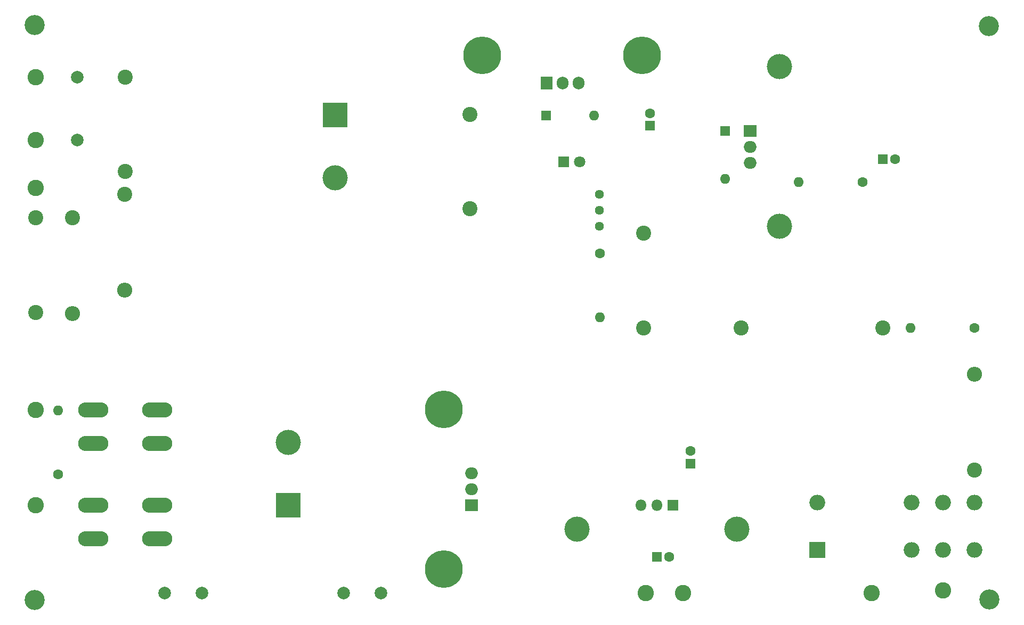
<source format=gbr>
G04 #@! TF.GenerationSoftware,KiCad,Pcbnew,(5.1.10-1-10_14)*
G04 #@! TF.CreationDate,2021-08-10T11:09:26+02:00*
G04 #@! TF.ProjectId,hv-power-supply-v1,68762d70-6f77-4657-922d-737570706c79,rev?*
G04 #@! TF.SameCoordinates,Original*
G04 #@! TF.FileFunction,Soldermask,Bot*
G04 #@! TF.FilePolarity,Negative*
%FSLAX46Y46*%
G04 Gerber Fmt 4.6, Leading zero omitted, Abs format (unit mm)*
G04 Created by KiCad (PCBNEW (5.1.10-1-10_14)) date 2021-08-10 11:09:26*
%MOMM*%
%LPD*%
G01*
G04 APERTURE LIST*
%ADD10C,2.400000*%
%ADD11O,1.600000X1.600000*%
%ADD12C,1.600000*%
%ADD13C,1.440000*%
%ADD14O,2.000000X1.905000*%
%ADD15R,2.000000X1.905000*%
%ADD16C,6.000000*%
%ADD17C,4.000000*%
%ADD18R,1.600000X1.600000*%
%ADD19C,1.800000*%
%ADD20R,1.800000X1.800000*%
%ADD21O,2.400000X2.400000*%
%ADD22C,2.000000*%
%ADD23R,4.000000X4.000000*%
%ADD24O,4.800600X2.400300*%
%ADD25O,1.905000X2.000000*%
%ADD26R,1.905000X2.000000*%
%ADD27C,2.600000*%
%ADD28O,2.500000X2.500000*%
%ADD29R,2.500000X2.500000*%
%ADD30O,1.800000X1.800000*%
%ADD31C,3.200000*%
G04 APERTURE END LIST*
D10*
X156019500Y-82536000D03*
X156019500Y-97536000D03*
D11*
X180594000Y-74358500D03*
D12*
X190754000Y-74358500D03*
D13*
X148971000Y-81407000D03*
X148971000Y-78867000D03*
X148971000Y-76327000D03*
D11*
X149034500Y-95885000D03*
D12*
X149034500Y-85725000D03*
D14*
X172910500Y-71310500D03*
X172910500Y-68770500D03*
D15*
X172910500Y-66230500D03*
D16*
X130365500Y-54229000D03*
X155765500Y-54229000D03*
D17*
X177609500Y-56007000D03*
X177609500Y-81407000D03*
D11*
X148145500Y-63754000D03*
D18*
X140525500Y-63754000D03*
D11*
X168910000Y-73850500D03*
D18*
X168910000Y-66230500D03*
D19*
X145796000Y-71120000D03*
D20*
X143256000Y-71120000D03*
D10*
X171492500Y-97536000D03*
X193992500Y-97536000D03*
D12*
X195961000Y-70739000D03*
D18*
X193961000Y-70739000D03*
D12*
X156972000Y-63405000D03*
D18*
X156972000Y-65405000D03*
D11*
X62928500Y-110680500D03*
D12*
X62928500Y-120840500D03*
D10*
X73596500Y-57658000D03*
X73596500Y-72658000D03*
D21*
X73533000Y-91567000D03*
D10*
X73533000Y-76327000D03*
D22*
X65976500Y-57658000D03*
X65976500Y-67658000D03*
D16*
X124206000Y-135890000D03*
X124206000Y-110490000D03*
D17*
X99504500Y-115753000D03*
D23*
X99504500Y-125753000D03*
D15*
X128613000Y-125753000D03*
D14*
X128613000Y-123213000D03*
X128613000Y-120673000D03*
D17*
X145377000Y-129563000D03*
X170777000Y-129563000D03*
D21*
X208597500Y-104902000D03*
D10*
X208597500Y-120142000D03*
D24*
X68542000Y-110640000D03*
X78702000Y-110640000D03*
X78702000Y-131087000D03*
X68542000Y-131087000D03*
X78702000Y-125753000D03*
X68542000Y-125753000D03*
X68542000Y-115974000D03*
X78702000Y-115974000D03*
D12*
X163411000Y-117149000D03*
D18*
X163411000Y-119149000D03*
D21*
X65214500Y-95313500D03*
D10*
X65214500Y-80073500D03*
D25*
X145669000Y-58610500D03*
X143129000Y-58610500D03*
D26*
X140589000Y-58610500D03*
D27*
X162268000Y-139723000D03*
X156299000Y-139723000D03*
X59398000Y-110640000D03*
X59372500Y-125753000D03*
X59398000Y-75334000D03*
X59372500Y-67691000D03*
X59372500Y-57658000D03*
D12*
X160077000Y-134008000D03*
D18*
X158077000Y-134008000D03*
D28*
X183578500Y-125342000D03*
X198578500Y-125342000D03*
X203578500Y-125342000D03*
X208578500Y-125342000D03*
X208578500Y-132842000D03*
X203578500Y-132842000D03*
X198578500Y-132842000D03*
D29*
X183578500Y-132842000D03*
D11*
X198437500Y-97536000D03*
D12*
X208597500Y-97536000D03*
D22*
X108293000Y-139723000D03*
X114262000Y-139723000D03*
X79845000Y-139723000D03*
X85814000Y-139723000D03*
D27*
X192240000Y-139723000D03*
X203543000Y-139342000D03*
D10*
X128397000Y-63627000D03*
X128397000Y-78627000D03*
D17*
X106934000Y-73690500D03*
D23*
X106934000Y-63690500D03*
D10*
X59372500Y-95073500D03*
X59372500Y-80073500D03*
D20*
X160617000Y-125753000D03*
D30*
X158077000Y-125753000D03*
X155537000Y-125753000D03*
D31*
X210947000Y-140716000D03*
X59182000Y-140843000D03*
X210820000Y-49530000D03*
X59182000Y-49403000D03*
M02*

</source>
